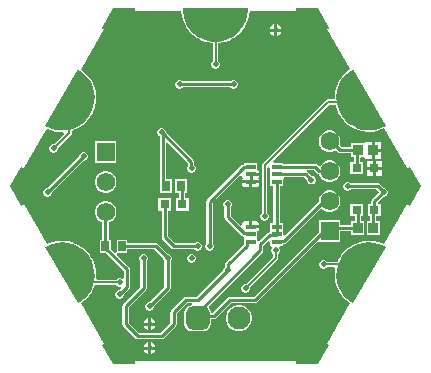
<source format=gtl>
G04*
G04 #@! TF.GenerationSoftware,Altium Limited,Altium Designer,25.8.1 (18)*
G04*
G04 Layer_Physical_Order=1*
G04 Layer_Color=255*
%FSLAX44Y44*%
%MOMM*%
G71*
G04*
G04 #@! TF.SameCoordinates,49EF26A0-86A8-49CD-8BE6-FAAFDC87ECF6*
G04*
G04*
G04 #@! TF.FilePolarity,Positive*
G04*
G01*
G75*
%ADD16C,0.2540*%
%ADD17R,0.8500X0.9000*%
%ADD18R,0.8000X0.7500*%
G04:AMPARAMS|DCode=19|XSize=0.9mm|YSize=0.4mm|CornerRadius=0.05mm|HoleSize=0mm|Usage=FLASHONLY|Rotation=180.000|XOffset=0mm|YOffset=0mm|HoleType=Round|Shape=RoundedRectangle|*
%AMROUNDEDRECTD19*
21,1,0.9000,0.3000,0,0,180.0*
21,1,0.8000,0.4000,0,0,180.0*
1,1,0.1000,-0.4000,0.1500*
1,1,0.1000,0.4000,0.1500*
1,1,0.1000,0.4000,-0.1500*
1,1,0.1000,-0.4000,-0.1500*
%
%ADD19ROUNDEDRECTD19*%
%ADD20R,0.8000X0.9500*%
%ADD21R,0.6400X0.8900*%
G04:AMPARAMS|DCode=22|XSize=1mm|YSize=1mm|CornerRadius=0.5mm|HoleSize=0mm|Usage=FLASHONLY|Rotation=300.000|XOffset=0mm|YOffset=0mm|HoleType=Round|Shape=RoundedRectangle|*
%AMROUNDEDRECTD22*
21,1,1.0000,0.0000,0,0,300.0*
21,1,0.0000,1.0000,0,0,300.0*
1,1,1.0000,0.0000,0.0000*
1,1,1.0000,0.0000,0.0000*
1,1,1.0000,0.0000,0.0000*
1,1,1.0000,0.0000,0.0000*
%
%ADD22ROUNDEDRECTD22*%
G04:AMPARAMS|DCode=23|XSize=1mm|YSize=1mm|CornerRadius=0.5mm|HoleSize=0mm|Usage=FLASHONLY|Rotation=60.000|XOffset=0mm|YOffset=0mm|HoleType=Round|Shape=RoundedRectangle|*
%AMROUNDEDRECTD23*
21,1,1.0000,0.0000,0,0,60.0*
21,1,0.0000,1.0000,0,0,60.0*
1,1,1.0000,0.0000,0.0000*
1,1,1.0000,0.0000,0.0000*
1,1,1.0000,0.0000,0.0000*
1,1,1.0000,0.0000,0.0000*
%
%ADD23ROUNDEDRECTD23*%
G04:AMPARAMS|DCode=24|XSize=1mm|YSize=1mm|CornerRadius=0.5mm|HoleSize=0mm|Usage=FLASHONLY|Rotation=180.000|XOffset=0mm|YOffset=0mm|HoleType=Round|Shape=RoundedRectangle|*
%AMROUNDEDRECTD24*
21,1,1.0000,0.0000,0,0,180.0*
21,1,0.0000,1.0000,0,0,180.0*
1,1,1.0000,0.0000,0.0000*
1,1,1.0000,0.0000,0.0000*
1,1,1.0000,0.0000,0.0000*
1,1,1.0000,0.0000,0.0000*
%
%ADD24ROUNDEDRECTD24*%
%ADD25R,0.8000X0.8000*%
%ADD32R,1.5900X1.5900*%
%ADD33C,1.5900*%
%ADD36C,1.5700*%
%ADD37R,1.5700X1.5700*%
%ADD38C,0.2032*%
%ADD39C,1.9500*%
G04:AMPARAMS|DCode=40|XSize=1.95mm|YSize=1.95mm|CornerRadius=0.4875mm|HoleSize=0mm|Usage=FLASHONLY|Rotation=0.000|XOffset=0mm|YOffset=0mm|HoleType=Round|Shape=RoundedRectangle|*
%AMROUNDEDRECTD40*
21,1,1.9500,0.9750,0,0,0.0*
21,1,0.9750,1.9500,0,0,0.0*
1,1,0.9750,0.4875,-0.4875*
1,1,0.9750,-0.4875,-0.4875*
1,1,0.9750,-0.4875,0.4875*
1,1,0.9750,0.4875,0.4875*
%
%ADD40ROUNDEDRECTD40*%
%ADD41C,0.5000*%
G36*
X27480Y150538D02*
X27520Y148348D01*
X26904Y144010D01*
X25609Y139824D01*
X23669Y135896D01*
X21131Y132324D01*
X18060Y129199D01*
X14534Y126599D01*
X10640Y124590D01*
X6478Y123222D01*
X2152Y122530D01*
X-2230Y122532D01*
X-6556Y123226D01*
X-10717Y124597D01*
X-14609Y126608D01*
X-18134Y129210D01*
X-21203Y132337D01*
X-23738Y135911D01*
X-25676Y139840D01*
X-26968Y144027D01*
X-27581Y148365D01*
X-27541Y150555D01*
X-27541Y150555D01*
X27480Y150538D01*
D02*
G37*
G36*
X86890Y150530D02*
X96320Y134242D01*
X94901Y133371D01*
X94259Y133121D01*
X113854Y99181D01*
X113822Y99102D01*
X110372Y96402D01*
X110315Y96302D01*
X110211Y96254D01*
X107231Y93042D01*
X107191Y92934D01*
X107096Y92871D01*
X104662Y89228D01*
X104640Y89115D01*
X104555Y89037D01*
X102729Y85055D01*
X102724Y84940D01*
X102654Y84850D01*
X101480Y80629D01*
X101494Y80515D01*
X101438Y80414D01*
X100947Y76061D01*
X100979Y75950D01*
X100940Y75843D01*
X100983Y74934D01*
X99930Y73832D01*
X95245D01*
X94353Y73654D01*
X93597Y73149D01*
X39913Y19466D01*
X39408Y18709D01*
X39231Y17818D01*
Y-22294D01*
X38365Y-23159D01*
X37792Y-24545D01*
Y-26045D01*
X38365Y-27430D01*
X39426Y-28491D01*
X40812Y-29065D01*
X42311D01*
X43697Y-28491D01*
X44757Y-27430D01*
X45332Y-26045D01*
Y-24545D01*
X44757Y-23159D01*
X43892Y-22294D01*
Y15795D01*
X44311Y16075D01*
X45835Y15260D01*
Y15160D01*
X45973Y14469D01*
X46364Y13884D01*
Y12936D01*
X45973Y12351D01*
X45835Y11660D01*
Y8660D01*
X45973Y7969D01*
X46364Y7384D01*
Y6436D01*
X45973Y5851D01*
X45835Y5160D01*
Y2160D01*
X45973Y1469D01*
X46364Y884D01*
X46949Y493D01*
X47640Y355D01*
X49050D01*
Y-30835D01*
X47640D01*
X46949Y-30973D01*
X46364Y-31364D01*
X45973Y-31949D01*
X45835Y-32640D01*
Y-35640D01*
X45973Y-36331D01*
X46364Y-36916D01*
Y-37402D01*
X45855Y-38740D01*
X44864Y-38937D01*
X44023Y-39499D01*
X36969Y-46554D01*
X35445Y-45922D01*
Y-45640D01*
X35307Y-44949D01*
X34916Y-44364D01*
Y-43416D01*
X35307Y-42831D01*
X35445Y-42140D01*
Y-39140D01*
X35307Y-38449D01*
X35369Y-38141D01*
X35832Y-37832D01*
X36504Y-36826D01*
X36740Y-35640D01*
Y-35410D01*
X29640D01*
Y-34140D01*
X28370D01*
Y-29541D01*
X25640D01*
X24454Y-29776D01*
X23448Y-30448D01*
X22776Y-31454D01*
X22541Y-32640D01*
Y-32982D01*
X21133Y-33565D01*
X12750Y-25182D01*
Y-17982D01*
X13356Y-17376D01*
X13930Y-15990D01*
Y-14490D01*
X13356Y-13104D01*
X12296Y-12044D01*
X10910Y-11470D01*
X9410D01*
X8025Y-12044D01*
X6964Y-13104D01*
X6390Y-14490D01*
Y-15990D01*
X6964Y-17376D01*
X7570Y-17982D01*
Y-26255D01*
X7767Y-27246D01*
X8329Y-28087D01*
X22023Y-41781D01*
X22864Y-42343D01*
X23855Y-42540D01*
X23915D01*
X23973Y-42831D01*
X24364Y-43416D01*
Y-44364D01*
X23973Y-44949D01*
X23835Y-45640D01*
Y-47794D01*
X23820Y-47870D01*
Y-49297D01*
X8799Y-64318D01*
X8238Y-65158D01*
X8041Y-66149D01*
Y-67917D01*
X8025Y-67924D01*
X6964Y-68984D01*
X6390Y-70370D01*
Y-71227D01*
X-16313Y-93930D01*
X-25400D01*
X-26391Y-94127D01*
X-27231Y-94689D01*
X-37391Y-104849D01*
X-37953Y-105689D01*
X-38150Y-106680D01*
Y-115767D01*
X-46793Y-124410D01*
X-64967D01*
X-73610Y-115767D01*
Y-102673D01*
X-59129Y-88191D01*
X-58567Y-87351D01*
X-58370Y-86360D01*
Y-63702D01*
X-57764Y-63095D01*
X-57190Y-61710D01*
Y-60210D01*
X-57764Y-58825D01*
X-58825Y-57764D01*
X-60210Y-57190D01*
X-61710D01*
X-63095Y-57764D01*
X-64156Y-58825D01*
X-64730Y-60210D01*
Y-61710D01*
X-64156Y-63095D01*
X-63550Y-63702D01*
Y-85287D01*
X-78031Y-99769D01*
X-78593Y-100609D01*
X-78790Y-101600D01*
Y-116840D01*
X-78593Y-117831D01*
X-78031Y-118671D01*
X-67871Y-128831D01*
X-67031Y-129393D01*
X-66040Y-129590D01*
X-45720D01*
X-44729Y-129393D01*
X-43889Y-128831D01*
X-33729Y-118671D01*
X-33167Y-117831D01*
X-32970Y-116840D01*
Y-107753D01*
X-24327Y-99110D01*
X-20149D01*
X-20115Y-100620D01*
X-22513Y-101096D01*
X-24545Y-102455D01*
X-25903Y-104487D01*
X-26380Y-106885D01*
Y-116635D01*
X-25903Y-119033D01*
X-24545Y-121065D01*
X-22513Y-122423D01*
X-20115Y-122900D01*
X-10365D01*
X-7967Y-122423D01*
X-5935Y-121065D01*
X-4577Y-119033D01*
X-4100Y-116635D01*
Y-112270D01*
X-1677D01*
X-686Y-112073D01*
X154Y-111511D01*
X12956Y-98710D01*
X33420D01*
X34411Y-98513D01*
X35251Y-97951D01*
X86298Y-46905D01*
X87300Y-47320D01*
Y-47320D01*
X105740D01*
Y-38150D01*
X114980D01*
Y-41330D01*
X126020D01*
Y-29790D01*
X123090D01*
Y-25340D01*
X124770D01*
Y-15300D01*
X114230D01*
Y-25340D01*
X117910D01*
Y-29790D01*
X114980D01*
Y-32970D01*
X105740D01*
Y-28880D01*
X87300D01*
Y-38577D01*
X32347Y-93530D01*
X11883D01*
X10892Y-93727D01*
X10052Y-94289D01*
X-2576Y-106916D01*
X-3347Y-106901D01*
X-4128Y-106740D01*
X-4577Y-104487D01*
X-5935Y-102455D01*
X-5995Y-101838D01*
X39781Y-56061D01*
X40343Y-55221D01*
X40540Y-54230D01*
Y-50307D01*
X44311Y-46536D01*
X45835Y-47167D01*
Y-48640D01*
X45973Y-49331D01*
X46364Y-49916D01*
X46949Y-50307D01*
X47147Y-50346D01*
X47669Y-51547D01*
X47680Y-51969D01*
X47604Y-52045D01*
X47030Y-53430D01*
Y-54930D01*
X47604Y-56315D01*
X48469Y-57181D01*
Y-59995D01*
X25874Y-82590D01*
X24650D01*
X23265Y-83164D01*
X22204Y-84225D01*
X21630Y-85610D01*
Y-87110D01*
X22204Y-88496D01*
X23265Y-89556D01*
X24650Y-90130D01*
X26150D01*
X27536Y-89556D01*
X28596Y-88496D01*
X29170Y-87110D01*
Y-85886D01*
X52448Y-62608D01*
X52953Y-61852D01*
X53131Y-60960D01*
Y-57181D01*
X53996Y-56315D01*
X54570Y-54930D01*
Y-53430D01*
X53996Y-52045D01*
X53920Y-51969D01*
X54552Y-50445D01*
X55640D01*
X56331Y-50307D01*
X56916Y-49916D01*
X57307Y-49331D01*
X57365Y-49040D01*
X57690D01*
X58681Y-48843D01*
X59521Y-48281D01*
X89292Y-18511D01*
X90859Y-20078D01*
X92961Y-21292D01*
X95306Y-21920D01*
X97734D01*
X100079Y-21292D01*
X102181Y-20078D01*
X103898Y-18361D01*
X105112Y-16259D01*
X105740Y-13914D01*
Y-11486D01*
X105112Y-9141D01*
X103898Y-7039D01*
X102181Y-5322D01*
X100079Y-4108D01*
X97734Y-3480D01*
X95306D01*
X92961Y-4108D01*
X90859Y-5322D01*
X89142Y-7039D01*
X87928Y-9141D01*
X87300Y-11486D01*
Y-13177D01*
X58969Y-41509D01*
X57445Y-40878D01*
Y-39140D01*
X57307Y-38449D01*
X56916Y-37864D01*
Y-36916D01*
X57307Y-36331D01*
X57445Y-35640D01*
Y-32640D01*
X57307Y-31949D01*
X56916Y-31364D01*
X56331Y-30973D01*
X55640Y-30835D01*
X54230D01*
Y355D01*
X55640D01*
X56331Y493D01*
X56916Y884D01*
X57307Y1469D01*
X57445Y2160D01*
Y5160D01*
X57307Y5851D01*
X57177Y6046D01*
X57670Y7350D01*
X57852Y7570D01*
X75261D01*
X77425Y5406D01*
Y4548D01*
X77999Y3163D01*
X79060Y2102D01*
X80445Y1528D01*
X81945D01*
X83331Y2102D01*
X84391Y3163D01*
X84965Y4548D01*
Y6048D01*
X84391Y7434D01*
X83331Y8494D01*
X81945Y9068D01*
X81088D01*
X78165Y11991D01*
X77325Y12553D01*
X77507Y14070D01*
X82792D01*
X85994Y10869D01*
X86834Y10307D01*
X87660Y10143D01*
X87928Y9141D01*
X89142Y7039D01*
X90859Y5322D01*
X92961Y4108D01*
X95306Y3480D01*
X97734D01*
X100079Y4108D01*
X102181Y5322D01*
X103898Y7039D01*
X105112Y9141D01*
X105740Y11486D01*
Y13914D01*
X105112Y16259D01*
X103898Y18361D01*
X102181Y20078D01*
X100079Y21292D01*
X97734Y21920D01*
X95306D01*
X92961Y21292D01*
X90859Y20078D01*
X89142Y18361D01*
X88554Y17343D01*
X87043Y17144D01*
X85696Y18491D01*
X84856Y19053D01*
X83865Y19250D01*
X57041D01*
X56916Y19436D01*
X56331Y19827D01*
X55640Y19965D01*
X49160D01*
X48529Y21489D01*
X96210Y69170D01*
X101605D01*
X102066Y66960D01*
X102130Y66866D01*
X102127Y66751D01*
X103688Y62657D01*
X103767Y62574D01*
X103782Y62460D01*
X105971Y58665D01*
X106062Y58595D01*
X106095Y58485D01*
X108858Y55085D01*
X108959Y55030D01*
X109008Y54927D01*
X112274Y52006D01*
X112382Y51968D01*
X112448Y51874D01*
X116134Y49507D01*
X116247Y49486D01*
X116327Y49404D01*
X120342Y47649D01*
X120456Y47647D01*
X120548Y47578D01*
X124790Y46481D01*
X124903Y46497D01*
X125005Y46444D01*
X129367Y46032D01*
X129476Y46066D01*
X129585Y46029D01*
X133957Y46312D01*
X134060Y46363D01*
X134173Y46344D01*
X138445Y47316D01*
X138539Y47382D01*
X138653Y47381D01*
X142718Y49016D01*
X142825Y49002D01*
X162399Y15098D01*
X162923Y15517D01*
X164387Y16310D01*
X164387D01*
X173778Y0D01*
X164387Y-16311D01*
X162923Y-15517D01*
X162399Y-15098D01*
X142786Y-49069D01*
X142764Y-49072D01*
X138701Y-47434D01*
X138586Y-47435D01*
X138492Y-47369D01*
X134221Y-46394D01*
X134108Y-46413D01*
X134005Y-46363D01*
X129633Y-46076D01*
X129524Y-46113D01*
X129415Y-46079D01*
X125053Y-46488D01*
X124951Y-46542D01*
X124838Y-46526D01*
X120595Y-47620D01*
X120504Y-47689D01*
X120389Y-47691D01*
X116373Y-49443D01*
X116293Y-49525D01*
X116180Y-49546D01*
X112492Y-51911D01*
X112427Y-52005D01*
X112318Y-52043D01*
X109051Y-54961D01*
X109001Y-55065D01*
X108900Y-55119D01*
X106136Y-58518D01*
X106103Y-58628D01*
X106012Y-58698D01*
X103820Y-62492D01*
X103805Y-62605D01*
X103726Y-62689D01*
X103336Y-63709D01*
X94441D01*
X93575Y-62844D01*
X92190Y-62270D01*
X90690D01*
X89305Y-62844D01*
X88244Y-63905D01*
X87670Y-65290D01*
Y-66790D01*
X88244Y-68176D01*
X89305Y-69236D01*
X90690Y-69810D01*
X92190D01*
X93575Y-69236D01*
X94441Y-68371D01*
X100604D01*
X101565Y-69554D01*
X101204Y-71279D01*
X101225Y-71392D01*
X101177Y-71496D01*
X100970Y-75872D01*
X101009Y-75980D01*
X100977Y-76090D01*
X101465Y-80444D01*
X101521Y-80545D01*
X101507Y-80659D01*
X102678Y-84881D01*
X102748Y-84971D01*
X102753Y-85085D01*
X104577Y-89069D01*
X104661Y-89147D01*
X104683Y-89259D01*
X107115Y-92904D01*
X107210Y-92968D01*
X107250Y-93075D01*
X110228Y-96289D01*
X110332Y-96337D01*
X110388Y-96437D01*
X113837Y-99139D01*
X113854Y-99181D01*
X94259Y-133121D01*
X94901Y-133371D01*
X96320Y-134242D01*
X86890Y-150530D01*
X68069Y-150553D01*
X68025Y-148889D01*
X68131Y-148195D01*
X-68131D01*
X-68025Y-148889D01*
X-68069Y-150553D01*
X-86890Y-150530D01*
X-96320Y-134242D01*
X-94901Y-133371D01*
X-94259Y-133121D01*
X-113854Y-99181D01*
X-113822Y-99102D01*
X-110372Y-96402D01*
X-110315Y-96302D01*
X-110211Y-96254D01*
X-107231Y-93042D01*
X-107191Y-92934D01*
X-107096Y-92871D01*
X-104662Y-89228D01*
X-104640Y-89115D01*
X-104556Y-89037D01*
X-102729Y-85055D01*
X-102724Y-84940D01*
X-102654Y-84850D01*
X-102309Y-83611D01*
X-84281D01*
X-83415Y-84476D01*
X-82030Y-85050D01*
X-80708D01*
X-80344Y-85509D01*
X-79960Y-86458D01*
X-81173Y-87670D01*
X-82030D01*
X-83415Y-88244D01*
X-84476Y-89305D01*
X-85050Y-90690D01*
Y-92190D01*
X-84476Y-93575D01*
X-83415Y-94636D01*
X-82030Y-95210D01*
X-80530D01*
X-79145Y-94636D01*
X-78084Y-93575D01*
X-77510Y-92190D01*
Y-91333D01*
X-73139Y-86961D01*
X-72577Y-86121D01*
X-72380Y-85130D01*
Y-70440D01*
X-72577Y-69449D01*
X-73139Y-68609D01*
X-83703Y-58044D01*
X-83072Y-56520D01*
X-82620Y-56520D01*
X-74890D01*
Y-53390D01*
X-51873D01*
X-44410Y-60852D01*
Y-61710D01*
X-43836Y-63095D01*
X-43230Y-63702D01*
Y-85287D01*
X-55773Y-97830D01*
X-56630D01*
X-58015Y-98404D01*
X-59076Y-99465D01*
X-59650Y-100850D01*
Y-102350D01*
X-59076Y-103736D01*
X-58015Y-104796D01*
X-56630Y-105370D01*
X-55130D01*
X-53745Y-104796D01*
X-52684Y-103736D01*
X-52110Y-102350D01*
Y-101493D01*
X-38809Y-88191D01*
X-38247Y-87351D01*
X-38050Y-86360D01*
Y-63702D01*
X-37444Y-63095D01*
X-36870Y-61710D01*
Y-60210D01*
X-37444Y-58825D01*
X-38505Y-57764D01*
X-39890Y-57190D01*
X-40747D01*
X-48969Y-48969D01*
X-49809Y-48407D01*
X-50800Y-48210D01*
X-74890D01*
Y-45080D01*
X-83830D01*
Y-55286D01*
X-83830Y-55762D01*
X-85354Y-56393D01*
X-88890Y-52857D01*
Y-45080D01*
X-90592D01*
Y-30493D01*
X-89483Y-30196D01*
X-87404Y-28995D01*
X-85706Y-27297D01*
X-84505Y-25218D01*
X-83883Y-22898D01*
Y-20497D01*
X-84505Y-18177D01*
X-85706Y-16098D01*
X-87404Y-14400D01*
X-89483Y-13199D01*
X-91803Y-12578D01*
X-94204D01*
X-96524Y-13199D01*
X-98603Y-14400D01*
X-100301Y-16098D01*
X-101502Y-18177D01*
X-102123Y-20497D01*
Y-22898D01*
X-101502Y-25218D01*
X-100301Y-27297D01*
X-98603Y-28995D01*
X-96524Y-30196D01*
X-95772Y-30398D01*
Y-45080D01*
X-97830D01*
Y-56520D01*
X-92552D01*
X-77560Y-71513D01*
Y-77513D01*
X-79084Y-78145D01*
X-79145Y-78084D01*
X-80530Y-77510D01*
X-82030D01*
X-83415Y-78084D01*
X-84281Y-78949D01*
X-100129D01*
X-101145Y-77813D01*
X-100947Y-76061D01*
X-100979Y-75950D01*
X-100940Y-75843D01*
X-101144Y-71466D01*
X-101193Y-71362D01*
X-101172Y-71250D01*
X-102066Y-66960D01*
X-102130Y-66866D01*
X-102127Y-66751D01*
X-103688Y-62657D01*
X-103767Y-62574D01*
X-103782Y-62460D01*
X-105972Y-58665D01*
X-106062Y-58595D01*
X-106095Y-58485D01*
X-108858Y-55085D01*
X-108959Y-55030D01*
X-109008Y-54927D01*
X-112274Y-52006D01*
X-112382Y-51968D01*
X-112448Y-51874D01*
X-116134Y-49507D01*
X-116247Y-49486D01*
X-116327Y-49404D01*
X-120342Y-47649D01*
X-120456Y-47647D01*
X-120548Y-47578D01*
X-124790Y-46481D01*
X-124903Y-46497D01*
X-125005Y-46444D01*
X-129367Y-46032D01*
X-129476Y-46066D01*
X-129585Y-46029D01*
X-133957Y-46312D01*
X-134060Y-46363D01*
X-134173Y-46344D01*
X-138445Y-47316D01*
X-138539Y-47382D01*
X-138653Y-47381D01*
X-142718Y-49016D01*
X-142825Y-49002D01*
X-162399Y-15098D01*
X-162923Y-15517D01*
X-164387Y-16311D01*
Y-16310D01*
X-173778Y0D01*
X-164387Y16310D01*
X-162923Y15517D01*
X-162399Y15097D01*
X-143586Y47684D01*
X-142765Y48871D01*
X-138701Y47233D01*
X-138586Y47235D01*
X-138493Y47168D01*
X-134221Y46194D01*
X-134108Y46213D01*
X-134005Y46162D01*
X-129633Y45876D01*
X-129525Y45913D01*
X-129415Y45879D01*
X-128720Y45944D01*
X-128071Y44565D01*
X-136686Y35950D01*
X-137910D01*
X-139296Y35376D01*
X-140356Y34316D01*
X-140930Y32930D01*
Y31430D01*
X-140356Y30045D01*
X-139296Y28984D01*
X-137910Y28410D01*
X-136410D01*
X-135024Y28984D01*
X-133964Y30045D01*
X-133390Y31430D01*
Y32654D01*
X-122253Y43790D01*
X-121748Y44547D01*
X-121571Y45439D01*
Y47168D01*
X-120596Y47420D01*
X-120504Y47488D01*
X-120389Y47491D01*
X-116373Y49242D01*
X-116294Y49325D01*
X-116181Y49345D01*
X-112493Y51710D01*
X-112427Y51804D01*
X-112319Y51842D01*
X-109051Y54761D01*
X-109002Y54864D01*
X-108901Y54919D01*
X-106136Y58318D01*
X-106103Y58428D01*
X-106012Y58498D01*
X-103820Y62291D01*
X-103806Y62405D01*
X-103727Y62488D01*
X-102163Y66581D01*
X-102166Y66695D01*
X-102101Y66790D01*
X-101205Y71079D01*
X-101226Y71192D01*
X-101177Y71295D01*
X-100970Y75672D01*
X-101009Y75780D01*
X-100977Y75890D01*
X-101466Y80244D01*
X-101521Y80344D01*
X-101507Y80458D01*
X-102678Y84680D01*
X-102749Y84770D01*
X-102753Y84885D01*
X-104577Y88868D01*
X-104661Y88946D01*
X-104684Y89059D01*
X-107115Y92704D01*
X-107211Y92767D01*
X-107250Y92875D01*
X-110228Y96089D01*
X-110332Y96137D01*
X-110389Y96237D01*
X-113837Y98939D01*
X-113234Y100255D01*
X-94259Y133121D01*
X-94901Y133371D01*
X-96320Y134242D01*
Y134242D01*
X-86890Y150530D01*
X-68069Y150553D01*
X-68025Y148888D01*
X-68131Y148195D01*
X-28960D01*
X-28942Y148172D01*
X-28329Y143834D01*
X-28271Y143736D01*
X-28282Y143621D01*
X-26990Y139435D01*
X-26917Y139347D01*
X-26909Y139232D01*
X-24971Y135303D01*
X-24885Y135227D01*
X-24860Y135115D01*
X-22324Y131542D01*
X-22227Y131481D01*
X-22184Y131375D01*
X-19115Y128247D01*
X-19010Y128203D01*
X-18951Y128104D01*
X-15426Y125502D01*
X-15315Y125475D01*
X-15240Y125387D01*
X-11348Y123375D01*
X-11234Y123366D01*
X-11147Y123291D01*
X-6985Y121921D01*
X-6871Y121929D01*
X-6773Y121869D01*
X-2448Y121174D01*
X-2331Y119730D01*
Y106301D01*
X-3196Y105435D01*
X-3770Y104050D01*
Y102550D01*
X-3196Y101165D01*
X-2136Y100104D01*
X-750Y99530D01*
X750D01*
X2136Y100104D01*
X3196Y101165D01*
X3770Y102550D01*
Y104050D01*
X3196Y105435D01*
X2331Y106301D01*
Y121143D01*
X2369Y121173D01*
X6695Y121865D01*
X6793Y121925D01*
X6907Y121916D01*
X11070Y123284D01*
X11157Y123359D01*
X11271Y123368D01*
X15164Y125378D01*
X15238Y125465D01*
X15350Y125493D01*
X18876Y128092D01*
X18936Y128191D01*
X19041Y128236D01*
X22112Y131361D01*
X22155Y131467D01*
X22252Y131528D01*
X24790Y135100D01*
X24815Y135211D01*
X24901Y135287D01*
X26842Y139215D01*
X26849Y139330D01*
X26923Y139418D01*
X28217Y143604D01*
X28206Y143718D01*
X28265Y143817D01*
X28881Y148154D01*
X28912Y148195D01*
X68131D01*
X68025Y148888D01*
X68069Y150553D01*
Y150553D01*
X86890Y150530D01*
D02*
G37*
G36*
X144082Y51421D02*
X142205Y50292D01*
X138140Y48656D01*
X133868Y47684D01*
X129496Y47400D01*
X125134Y47812D01*
X120892Y48909D01*
X116877Y50663D01*
X113190Y53031D01*
X109925Y55951D01*
X107162Y59352D01*
X104973Y63147D01*
X103411Y67241D01*
X102517Y71530D01*
X102313Y75907D01*
X102804Y80260D01*
X103978Y84482D01*
X105805Y88464D01*
X108239Y92107D01*
X111219Y95319D01*
X114669Y98019D01*
X116586Y99079D01*
X116586D01*
X144082Y51421D01*
D02*
G37*
G36*
X-114685Y97857D02*
X-111236Y95154D01*
X-108259Y91941D01*
X-105827Y88296D01*
X-104003Y84313D01*
X-102832Y80091D01*
X-102343Y75737D01*
X-102550Y71360D01*
X-103447Y67071D01*
X-105011Y62979D01*
X-107203Y59185D01*
X-109967Y55786D01*
X-113235Y52867D01*
X-116923Y50502D01*
X-120939Y48751D01*
X-125181Y47656D01*
X-129544Y47248D01*
X-133916Y47534D01*
X-138187Y48508D01*
X-142251Y50146D01*
X-144127Y51277D01*
X-144127Y51277D01*
X-116602Y98918D01*
X-114685Y97857D01*
D02*
G37*
G36*
X-125134Y-47812D02*
X-120892Y-48909D01*
X-116877Y-50663D01*
X-113190Y-53031D01*
X-109925Y-55951D01*
X-107162Y-59352D01*
X-104973Y-63147D01*
X-103411Y-67241D01*
X-102517Y-71530D01*
X-102313Y-75907D01*
X-102804Y-80260D01*
X-103978Y-84482D01*
X-105805Y-88464D01*
X-108239Y-92107D01*
X-111219Y-95319D01*
X-114669Y-98019D01*
X-116586Y-99079D01*
Y-99079D01*
X-144082Y-51421D01*
X-142205Y-50292D01*
X-138140Y-48656D01*
X-133868Y-47684D01*
X-129496Y-47401D01*
X-125134Y-47812D01*
D02*
G37*
G36*
X133915Y-47734D02*
X138187Y-48709D01*
X142250Y-50347D01*
X144127Y-51477D01*
X116601Y-99118D01*
X114685Y-98057D01*
X111236Y-95355D01*
X108258Y-92141D01*
X105827Y-88497D01*
X104002Y-84513D01*
X102831Y-80291D01*
X102343Y-75937D01*
X102550Y-71561D01*
X103446Y-67272D01*
X105010Y-63179D01*
X107202Y-59386D01*
X109967Y-55987D01*
X113234Y-53068D01*
X116922Y-50703D01*
X120938Y-48951D01*
X125181Y-47857D01*
X129543Y-47448D01*
X133915Y-47734D01*
D02*
G37*
%LPC*%
G36*
X52070Y137009D02*
Y133350D01*
X55729D01*
X55073Y134935D01*
X53655Y136353D01*
X52070Y137009D01*
D02*
G37*
G36*
X49530D02*
X47945Y136353D01*
X46527Y134935D01*
X45871Y133350D01*
X49530D01*
Y137009D01*
D02*
G37*
G36*
X55729Y130810D02*
X52070D01*
Y127151D01*
X53655Y127807D01*
X55073Y129225D01*
X55729Y130810D01*
D02*
G37*
G36*
X49530D02*
X45871D01*
X46527Y129225D01*
X47945Y127807D01*
X49530Y127151D01*
Y130810D01*
D02*
G37*
G36*
X15990Y90130D02*
X14490D01*
X13104Y89556D01*
X12498Y88950D01*
X-27738D01*
X-28345Y89556D01*
X-29730Y90130D01*
X-31230D01*
X-32615Y89556D01*
X-33676Y88496D01*
X-34250Y87110D01*
Y85610D01*
X-33676Y84225D01*
X-32615Y83164D01*
X-31230Y82590D01*
X-29730D01*
X-28345Y83164D01*
X-27738Y83770D01*
X12498D01*
X13104Y83164D01*
X14490Y82590D01*
X15990D01*
X17376Y83164D01*
X18436Y84225D01*
X19010Y85610D01*
Y87110D01*
X18436Y88496D01*
X17376Y89556D01*
X15990Y90130D01*
D02*
G37*
G36*
X140290Y37520D02*
X134770D01*
Y31750D01*
X140290D01*
Y37520D01*
D02*
G37*
G36*
Y29210D02*
X134770D01*
Y23440D01*
X140290D01*
Y29210D01*
D02*
G37*
G36*
X97734Y47320D02*
X95306D01*
X92961Y46692D01*
X90859Y45478D01*
X89142Y43761D01*
X87928Y41659D01*
X87300Y39314D01*
Y36886D01*
X87928Y34541D01*
X89142Y32439D01*
X90859Y30722D01*
X92961Y29508D01*
X95306Y28880D01*
X97734D01*
X100079Y29508D01*
X101830Y30519D01*
X103700Y28649D01*
X104540Y28087D01*
X105531Y27890D01*
X114980D01*
Y24710D01*
X116910D01*
Y20260D01*
X114230D01*
Y10220D01*
X124770D01*
Y20260D01*
X122090D01*
Y23632D01*
X123167Y24710D01*
X126020Y24710D01*
X126710Y23472D01*
Y23440D01*
X132230D01*
Y30480D01*
Y37520D01*
X126710D01*
Y37488D01*
X126020Y36250D01*
X125186Y36250D01*
X114980D01*
Y33070D01*
X106604D01*
X105116Y34558D01*
X105740Y36886D01*
Y39314D01*
X105112Y41659D01*
X103898Y43761D01*
X102181Y45478D01*
X100079Y46692D01*
X97734Y47320D01*
D02*
G37*
G36*
X-83883Y38222D02*
X-102123D01*
Y19982D01*
X-83883D01*
Y38222D01*
D02*
G37*
G36*
X141040Y21530D02*
X135770D01*
Y16510D01*
X141040D01*
Y21530D01*
D02*
G37*
G36*
X133230D02*
X127960D01*
Y16510D01*
X133230D01*
Y21530D01*
D02*
G37*
G36*
X-44970Y49490D02*
X-46470D01*
X-47856Y48916D01*
X-48916Y47856D01*
X-49490Y46470D01*
Y44970D01*
X-48916Y43584D01*
X-47856Y42524D01*
X-47130Y42223D01*
Y2730D01*
X-47080Y2480D01*
Y-6020D01*
X-36540D01*
Y6020D01*
X-41950D01*
Y36297D01*
X-40542Y36880D01*
X-23380Y19718D01*
Y17511D01*
X-23516Y17376D01*
X-24090Y15990D01*
Y14490D01*
X-23516Y13104D01*
X-22455Y12044D01*
X-21070Y11470D01*
X-19570D01*
X-18184Y12044D01*
X-17124Y13104D01*
X-16550Y14490D01*
Y15990D01*
X-17124Y17376D01*
X-18184Y18436D01*
X-18201Y18443D01*
Y20791D01*
X-18398Y21782D01*
X-18959Y22622D01*
X-41950Y45613D01*
Y46470D01*
X-42524Y47856D01*
X-43584Y48916D01*
X-44970Y49490D01*
D02*
G37*
G36*
X141040Y13970D02*
X135770D01*
Y8950D01*
X141040D01*
Y13970D01*
D02*
G37*
G36*
X133230D02*
X127960D01*
Y8950D01*
X133230D01*
Y13970D01*
D02*
G37*
G36*
X33640Y19965D02*
X25640D01*
X24949Y19827D01*
X24364Y19436D01*
X23973Y18851D01*
X23915Y18560D01*
X23855D01*
X22864Y18363D01*
X22023Y17801D01*
X-6911Y-11134D01*
X-7473Y-11974D01*
X-7670Y-12965D01*
Y-48058D01*
X-8276Y-48664D01*
X-8850Y-50050D01*
Y-51550D01*
X-8276Y-52936D01*
X-7215Y-53996D01*
X-5830Y-54570D01*
X-4330D01*
X-2945Y-53996D01*
X-1884Y-52936D01*
X-1310Y-51550D01*
Y-50050D01*
X-1884Y-48664D01*
X-2490Y-48058D01*
Y-14037D01*
X21133Y9585D01*
X22541Y9002D01*
Y8660D01*
X22776Y7474D01*
X23153Y6910D01*
X22776Y6346D01*
X22541Y5160D01*
Y4930D01*
X29640D01*
X36740D01*
Y5160D01*
X36504Y6346D01*
X36127Y6910D01*
X36504Y7474D01*
X36740Y8660D01*
Y8890D01*
X29640D01*
Y11430D01*
X36740D01*
Y11660D01*
X36504Y12846D01*
X35832Y13852D01*
X35369Y14161D01*
X35307Y14469D01*
X35445Y15160D01*
Y18160D01*
X35307Y18851D01*
X34916Y19436D01*
X34331Y19827D01*
X33640Y19965D01*
D02*
G37*
G36*
X36740Y2390D02*
X30910D01*
Y-940D01*
X33640D01*
X34826Y-704D01*
X35832Y-32D01*
X36504Y974D01*
X36740Y2160D01*
Y2390D01*
D02*
G37*
G36*
X28370D02*
X22541D01*
Y2160D01*
X22776Y974D01*
X23448Y-32D01*
X24454Y-704D01*
X25640Y-940D01*
X28370D01*
Y2390D01*
D02*
G37*
G36*
X-91803Y12822D02*
X-94204D01*
X-96524Y12201D01*
X-98603Y11000D01*
X-100301Y9302D01*
X-101502Y7222D01*
X-102123Y4903D01*
Y2502D01*
X-101502Y182D01*
X-100301Y-1898D01*
X-98603Y-3595D01*
X-96524Y-4796D01*
X-94204Y-5418D01*
X-91803D01*
X-89483Y-4796D01*
X-87404Y-3595D01*
X-85706Y-1898D01*
X-84505Y182D01*
X-83883Y2502D01*
Y4903D01*
X-84505Y7222D01*
X-85706Y9302D01*
X-87404Y11000D01*
X-89483Y12201D01*
X-91803Y12822D01*
D02*
G37*
G36*
X-111010Y29170D02*
X-112510D01*
X-113896Y28596D01*
X-114956Y27536D01*
X-115530Y26150D01*
Y25292D01*
X-142133Y-1310D01*
X-142990D01*
X-144375Y-1884D01*
X-145436Y-2945D01*
X-146010Y-4330D01*
Y-5830D01*
X-145436Y-7215D01*
X-144375Y-8276D01*
X-142990Y-8850D01*
X-141490D01*
X-140105Y-8276D01*
X-139044Y-7215D01*
X-138470Y-5830D01*
Y-4972D01*
X-111868Y21630D01*
X-111010D01*
X-109625Y22204D01*
X-108564Y23265D01*
X-107990Y24650D01*
Y26150D01*
X-108564Y27536D01*
X-109625Y28596D01*
X-111010Y29170D01*
D02*
G37*
G36*
X-24040Y6020D02*
X-34580D01*
Y-6020D01*
X-30650D01*
Y-9970D01*
X-33330D01*
Y-20510D01*
X-22790D01*
Y-9970D01*
X-25470D01*
Y-6020D01*
X-24040D01*
Y6020D01*
D02*
G37*
G36*
X33640Y-29541D02*
X30910D01*
Y-32870D01*
X36740D01*
Y-32640D01*
X36504Y-31454D01*
X35832Y-30448D01*
X34826Y-29776D01*
X33640Y-29541D01*
D02*
G37*
G36*
X112510Y3770D02*
X111010D01*
X109625Y3196D01*
X108564Y2136D01*
X107990Y750D01*
Y-750D01*
X108564Y-2136D01*
X109625Y-3196D01*
X111010Y-3770D01*
X112510D01*
X113896Y-3196D01*
X114502Y-2590D01*
X136087D01*
X138470Y-4972D01*
Y-5188D01*
X132669Y-10989D01*
X132107Y-11829D01*
X131910Y-12820D01*
Y-15300D01*
X129230D01*
Y-25340D01*
X130910D01*
Y-29790D01*
X127980D01*
Y-41330D01*
X139020D01*
Y-29790D01*
X136090D01*
Y-25340D01*
X139770D01*
Y-15300D01*
X137372D01*
X137206Y-13776D01*
X142133Y-8850D01*
X142990D01*
X144375Y-8276D01*
X145436Y-7215D01*
X146010Y-5830D01*
Y-4330D01*
X145436Y-2945D01*
X144375Y-1884D01*
X142990Y-1310D01*
X142133D01*
X138991Y1831D01*
X138151Y2393D01*
X137160Y2590D01*
X114502D01*
X113896Y3196D01*
X112510Y3770D01*
D02*
G37*
G36*
X-37790Y-9970D02*
X-48330D01*
Y-20510D01*
X-45650D01*
Y-43300D01*
X-45453Y-44291D01*
X-44891Y-45131D01*
X-37391Y-52631D01*
X-36551Y-53193D01*
X-35560Y-53390D01*
X-17982D01*
X-17376Y-53996D01*
X-15990Y-54570D01*
X-14490D01*
X-13104Y-53996D01*
X-12044Y-52936D01*
X-11470Y-51550D01*
Y-50050D01*
X-12044Y-48664D01*
X-13104Y-47604D01*
X-14490Y-47030D01*
X-15990D01*
X-17376Y-47604D01*
X-17982Y-48210D01*
X-34487D01*
X-40470Y-42227D01*
Y-20510D01*
X-37790D01*
Y-9970D01*
D02*
G37*
G36*
X-19570Y-57190D02*
X-21070D01*
X-22455Y-57764D01*
X-23516Y-58825D01*
X-24090Y-60210D01*
Y-61710D01*
X-23516Y-63095D01*
X-22455Y-64156D01*
X-21070Y-64730D01*
X-19570D01*
X-18184Y-64156D01*
X-17124Y-63095D01*
X-16550Y-61710D01*
Y-60210D01*
X-17124Y-58825D01*
X-18184Y-57764D01*
X-19570Y-57190D01*
D02*
G37*
G36*
X-54610Y-111911D02*
Y-115570D01*
X-50951D01*
X-51607Y-113985D01*
X-53025Y-112567D01*
X-54610Y-111911D01*
D02*
G37*
G36*
X-57150D02*
X-58735Y-112567D01*
X-60153Y-113985D01*
X-60809Y-115570D01*
X-57150D01*
Y-111911D01*
D02*
G37*
G36*
X-50951Y-118110D02*
X-54610D01*
Y-121769D01*
X-53025Y-121113D01*
X-51607Y-119695D01*
X-50951Y-118110D01*
D02*
G37*
G36*
X-57150D02*
X-60809D01*
X-60153Y-119695D01*
X-58735Y-121113D01*
X-57150Y-121769D01*
Y-118110D01*
D02*
G37*
G36*
X21211Y-100740D02*
X18309D01*
X15506Y-101491D01*
X12994Y-102942D01*
X10942Y-104994D01*
X9491Y-107506D01*
X8740Y-110309D01*
Y-113211D01*
X9491Y-116014D01*
X10942Y-118526D01*
X12994Y-120578D01*
X15506Y-122029D01*
X18309Y-122780D01*
X21211D01*
X24014Y-122029D01*
X26526Y-120578D01*
X28578Y-118526D01*
X30029Y-116014D01*
X30780Y-113211D01*
Y-110309D01*
X30029Y-107506D01*
X28578Y-104994D01*
X26526Y-102942D01*
X24014Y-101491D01*
X21211Y-100740D01*
D02*
G37*
G36*
X-54610Y-132231D02*
Y-135890D01*
X-50951D01*
X-51607Y-134305D01*
X-53025Y-132887D01*
X-54610Y-132231D01*
D02*
G37*
G36*
X-57150D02*
X-58735Y-132887D01*
X-60153Y-134305D01*
X-60809Y-135890D01*
X-57150D01*
Y-132231D01*
D02*
G37*
G36*
X-50951Y-138430D02*
X-54610D01*
Y-142089D01*
X-53025Y-141433D01*
X-51607Y-140015D01*
X-50951Y-138430D01*
D02*
G37*
G36*
X-57150D02*
X-60809D01*
X-60153Y-140015D01*
X-58735Y-141433D01*
X-57150Y-142089D01*
Y-138430D01*
D02*
G37*
%LPD*%
D16*
X51640Y10160D02*
X76333D01*
X81195Y5298D01*
X-86360Y111760D02*
Y112426D01*
X56874Y-143101D02*
X82601D01*
X50715Y-136942D02*
X56874Y-143101D01*
X-60960Y-86360D02*
Y-60960D01*
X-76200Y-101600D02*
X-60960Y-86360D01*
X-76200Y-116840D02*
Y-101600D01*
Y-116840D02*
X-66040Y-127000D01*
X-45720D01*
X-35560Y-116840D01*
Y-106680D01*
X-25400Y-96520D01*
X-15240D01*
X10160Y-71120D01*
X-81280Y-91440D02*
X-74970Y-85130D01*
Y-70440D01*
X-93360Y-52050D02*
X-74970Y-70440D01*
X-93360Y-52050D02*
Y-50800D01*
X-55880Y-101600D02*
X-40640Y-86360D01*
Y-60960D01*
X10160Y-71120D02*
X10631Y-70649D01*
Y-66149D01*
X26410Y-50370D01*
Y-47870D01*
X27140Y-47140D01*
X29640D01*
X119500Y29480D02*
X120500Y30480D01*
X119500Y15240D02*
Y29480D01*
X97911Y38100D02*
X105531Y30480D01*
X120500D01*
X137160Y0D02*
X142240Y-5080D01*
X111760Y0D02*
X137160D01*
X96520Y38100D02*
X97911D01*
X134500Y-12820D02*
X142240Y-5080D01*
X133500Y-21320D02*
X134500Y-20320D01*
Y-12820D01*
X133500Y-35560D02*
Y-21320D01*
X28950Y-39950D02*
X29640Y-40640D01*
X23855Y-39950D02*
X28950D01*
X-30480Y86360D02*
X15240D01*
X-44540Y2730D02*
Y43874D01*
X-45720Y45720D02*
X-20791Y20791D01*
Y15711D02*
X-20320Y15240D01*
X-20791Y15711D02*
Y20791D01*
X-44540Y2730D02*
X-41810Y0D01*
X10160Y-26255D02*
Y-15240D01*
Y-26255D02*
X23855Y-39950D01*
X-50800Y-50800D02*
X-40640Y-60960D01*
X-142240Y-5080D02*
X-111760Y25400D01*
X-79360Y-50800D02*
X-50800D01*
X-17500Y-109680D02*
X37950Y-54230D01*
Y-49235D02*
X45855Y-41330D01*
X37950Y-54230D02*
Y-49235D01*
X50950Y-41330D02*
X51640Y-40640D01*
X45855Y-41330D02*
X50950D01*
X51640Y-34140D02*
Y3660D01*
Y-40640D02*
Y-34140D01*
X120500Y-35560D02*
Y-21320D01*
X93980Y-35560D02*
X120500D01*
X119500Y-20320D02*
X120500Y-21320D01*
X91440Y-38100D02*
X93980Y-35560D01*
X33420Y-96120D02*
X91440Y-38100D01*
X11883Y-96120D02*
X33420D01*
X-1677Y-109680D02*
X11883Y-96120D01*
X-17500Y-109680D02*
X-1677D01*
X-35560Y-50800D02*
X-15240D01*
X-5080D02*
Y-12965D01*
X23855Y15970D01*
X57690Y-46450D02*
X91440Y-12700D01*
X23855Y15970D02*
X28950D01*
X29640Y16660D01*
X-93360Y-50800D02*
X-93182Y-50622D01*
Y-21876D01*
X-93003Y-21698D01*
X-43060Y-43300D02*
X-35560Y-50800D01*
X52330Y-46450D02*
X57690D01*
X51640Y-47140D02*
X52330Y-46450D01*
X29640Y3660D02*
Y10160D01*
X87825Y12700D02*
X91440D01*
X83865Y16660D02*
X87825Y12700D01*
X51640Y16660D02*
X83865D01*
X-29310Y0D02*
X-28060Y-1250D01*
Y-15240D02*
Y-1250D01*
X-43060Y-43300D02*
Y-15240D01*
D17*
X120500Y30480D02*
D03*
X133500Y-35560D02*
D03*
X120500D02*
D03*
X133500Y30480D02*
D03*
D18*
X119500Y15240D02*
D03*
X134500Y-20320D02*
D03*
X119500D02*
D03*
X134500Y15240D02*
D03*
D19*
X51640Y10160D02*
D03*
X29640Y-40640D02*
D03*
X51640Y-34140D02*
D03*
Y3660D02*
D03*
Y-40640D02*
D03*
Y16660D02*
D03*
X29640D02*
D03*
Y10160D02*
D03*
Y3660D02*
D03*
X51640Y-47140D02*
D03*
X29640Y-34140D02*
D03*
Y-47140D02*
D03*
D20*
X-41810Y0D02*
D03*
X-29310D02*
D03*
D21*
X-79360Y-50800D02*
D03*
X-93360D02*
D03*
D22*
X123901Y-71601D02*
D03*
X-123901Y71401D02*
D03*
X82601Y-143101D02*
D03*
X-82601Y143101D02*
D03*
D23*
X0D02*
D03*
X-82601Y-143101D02*
D03*
X82601Y143101D02*
D03*
D24*
X-123901Y-71501D02*
D03*
X123901Y71501D02*
D03*
X-165199Y0D02*
D03*
X165199D02*
D03*
D25*
X-43060Y-15240D02*
D03*
X-28060D02*
D03*
D32*
X96520Y-38100D02*
D03*
D33*
Y-12700D02*
D03*
Y12700D02*
D03*
Y38100D02*
D03*
D36*
X-93003Y-21698D02*
D03*
Y3702D02*
D03*
D37*
Y29102D02*
D03*
D38*
X118340Y-66040D02*
X123901Y-71601D01*
X123901D01*
X91440Y-66040D02*
X118340D01*
X-123901Y-71501D02*
X-114122Y-81280D01*
X-81280D01*
X-137160Y32180D02*
X-123901Y45439D01*
Y71401D01*
X0Y103300D02*
Y143101D01*
X50800Y-60960D02*
Y-54180D01*
X25400Y-86360D02*
X50800Y-60960D01*
X41561Y-25295D02*
Y17818D01*
X95245Y71501D01*
X123901D01*
D39*
X19760Y-111760D02*
D03*
D40*
X-15240D02*
D03*
D41*
X81195Y5298D02*
D03*
X91440Y-66040D02*
D03*
X50800Y132080D02*
D03*
X-55880Y-137160D02*
D03*
Y-116840D02*
D03*
X-60960Y-60960D02*
D03*
X-81280Y-91440D02*
D03*
Y-81280D02*
D03*
X-55880Y-101600D02*
D03*
X-20320Y-60960D02*
D03*
X111760Y0D02*
D03*
X15240Y86360D02*
D03*
X142240Y-5080D02*
D03*
X-30480Y86360D02*
D03*
X-45720Y45720D02*
D03*
X-20320Y15240D02*
D03*
X-111760Y25400D02*
D03*
X10160Y-15240D02*
D03*
X-40640Y-60960D02*
D03*
X-142240Y-5080D02*
D03*
X10160Y-71120D02*
D03*
X-15240Y-50800D02*
D03*
X-5080D02*
D03*
X-137160Y32180D02*
D03*
X0Y103300D02*
D03*
X50800Y-54180D02*
D03*
X25400Y-86360D02*
D03*
X41561Y-25295D02*
D03*
M02*

</source>
